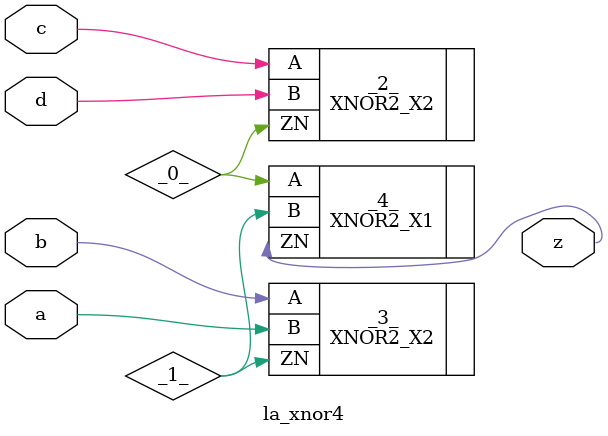
<source format=v>
/* Generated by Yosys 0.37 (git sha1 a5c7f69ed, clang 14.0.0-1ubuntu1.1 -fPIC -Os) */

module la_xnor4(a, b, c, d, z);
  wire _0_;
  wire _1_;
  input a;
  wire a;
  input b;
  wire b;
  input c;
  wire c;
  input d;
  wire d;
  output z;
  wire z;
  XNOR2_X2 _2_ (
    .A(c),
    .B(d),
    .ZN(_0_)
  );
  XNOR2_X2 _3_ (
    .A(b),
    .B(a),
    .ZN(_1_)
  );
  XNOR2_X1 _4_ (
    .A(_0_),
    .B(_1_),
    .ZN(z)
  );
endmodule

</source>
